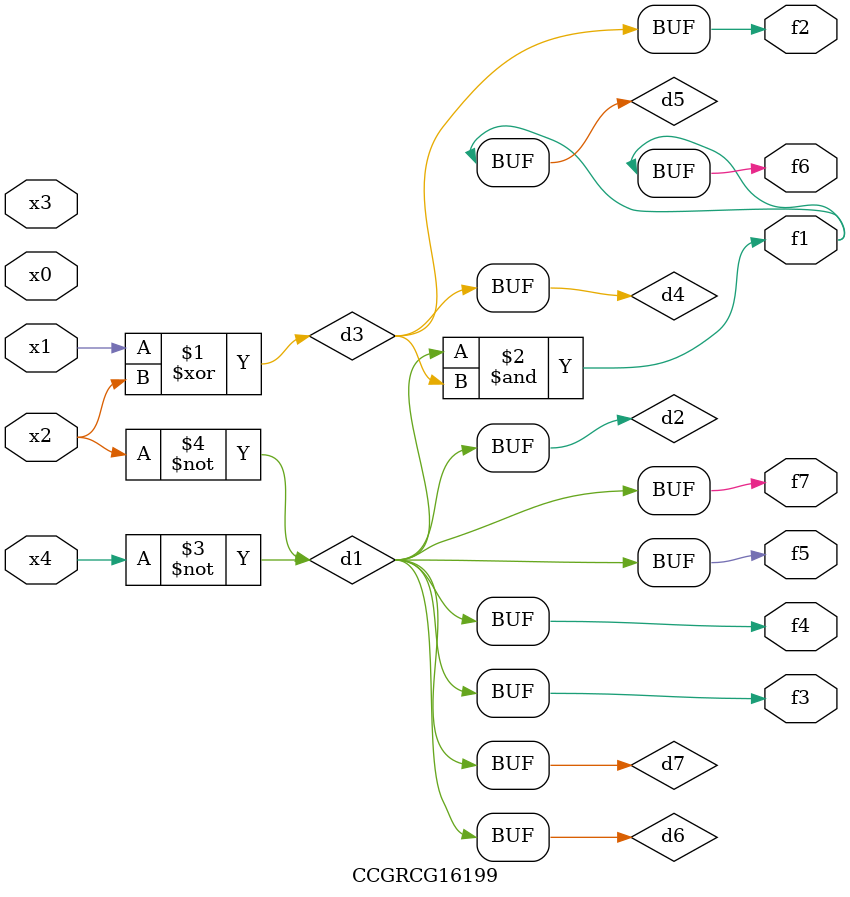
<source format=v>
module CCGRCG16199(
	input x0, x1, x2, x3, x4,
	output f1, f2, f3, f4, f5, f6, f7
);

	wire d1, d2, d3, d4, d5, d6, d7;

	not (d1, x4);
	not (d2, x2);
	xor (d3, x1, x2);
	buf (d4, d3);
	and (d5, d1, d3);
	buf (d6, d1, d2);
	buf (d7, d2);
	assign f1 = d5;
	assign f2 = d4;
	assign f3 = d7;
	assign f4 = d7;
	assign f5 = d7;
	assign f6 = d5;
	assign f7 = d7;
endmodule

</source>
